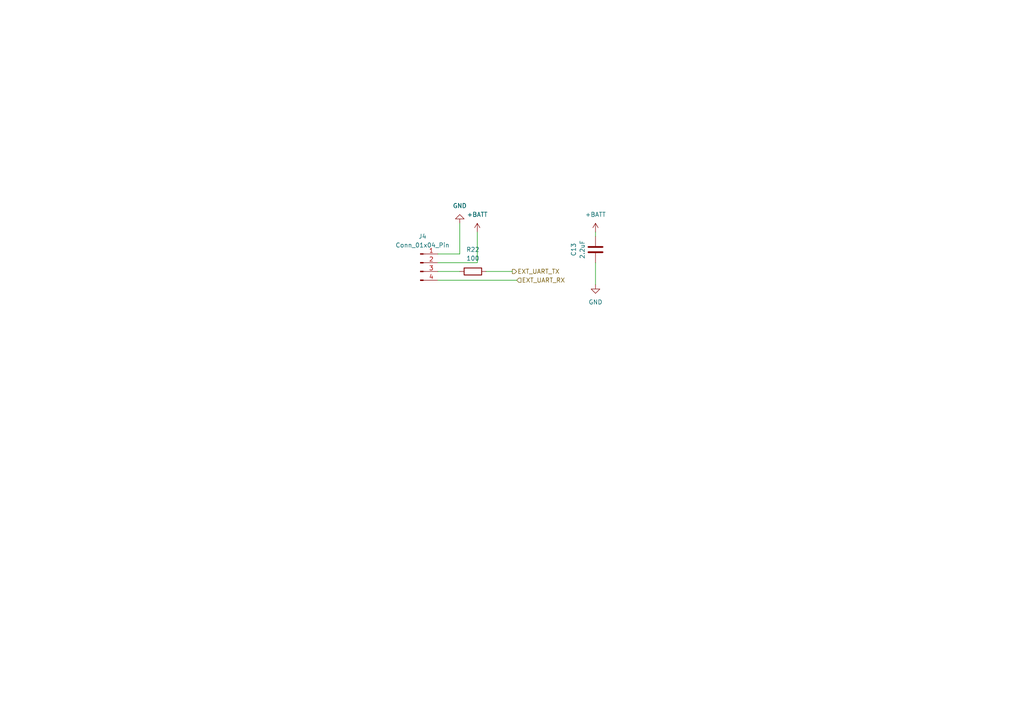
<source format=kicad_sch>
(kicad_sch (version 20230121) (generator eeschema)
  (paper "A4")
  (lib_symbols
    (symbol "Connector:Conn_01x04_Pin" (pin_names (offset 1.016) hide)
      (property "Reference" "J" (at 0 5.08 0))
      (property "Value" "Conn_01x04_Pin" (at 0 -7.62 0))
      (symbol "Conn_01x04_Pin_1_1"
        (polyline (pts (xy 1.27 -5.08) (xy 0.8636 -5.08)) (stroke (width 0.1524)))
        (polyline (pts (xy 1.27 -2.54) (xy 0.8636 -2.54)) (stroke (width 0.1524)))
        (polyline (pts (xy 1.27 0) (xy 0.8636 0)) (stroke (width 0.1524)))
        (polyline (pts (xy 1.27 2.54) (xy 0.8636 2.54)) (stroke (width 0.1524)))
        (rectangle (start 0.8636 -4.953) (end 0 -5.207) (stroke (width 0.1524)) (fill (type outline)))
        (rectangle (start 0.8636 -2.413) (end 0 -2.667) (stroke (width 0.1524)) (fill (type outline)))
        (rectangle (start 0.8636 0.127) (end 0 -0.127) (stroke (width 0.1524)) (fill (type outline)))
        (rectangle (start 0.8636 2.667) (end 0 2.413) (stroke (width 0.1524)) (fill (type outline)))
        (pin passive line (at 5.08 2.54 180) (length 3.81) (name "Pin_1") (number "1"))
        (pin passive line (at 5.08 0 180) (length 3.81) (name "Pin_2") (number "2"))
        (pin passive line (at 5.08 -2.54 180) (length 3.81) (name "Pin_3") (number "3"))
        (pin passive line (at 5.08 -5.08 180) (length 3.81) (name "Pin_4") (number "4"))
      )
    )
    (symbol "Device:C" (pin_numbers hide) (pin_names (offset 0.254))
      (property "Reference" "C" (at 0.635 2.54 0))
      (property "Value" "C" (at 0.635 -2.54 0))
      (symbol "C_0_1"
        (polyline (pts (xy -2.032 -0.762) (xy 2.032 -0.762)) (stroke (width 0.508)))
        (polyline (pts (xy -2.032 0.762) (xy 2.032 0.762)) (stroke (width 0.508)))
      )
      (symbol "C_1_1"
        (pin passive line (at 0 3.81 270) (length 2.794) (name "~") (number "1"))
        (pin passive line (at 0 -3.81 90) (length 2.794) (name "~") (number "2"))
      )
    )
    (symbol "Device:R" (pin_numbers hide) (pin_names (offset 0))
      (property "Reference" "R" (at 2.032 0 90))
      (property "Value" "R" (at 0 0 90))
      (symbol "R_0_1"
        (rectangle (start -1.016 -2.54) (end 1.016 2.54) (stroke (width 0.254)))
      )
      (symbol "R_1_1"
        (pin passive line (at 0 3.81 270) (length 1.27) (name "~") (number "1"))
        (pin passive line (at 0 -3.81 90) (length 1.27) (name "~") (number "2"))
      )
    )
    (symbol "power:+BATT" (power) (pin_names (offset 0))
      (property "Value" "+BATT" (at 0 3.556 0))
      (symbol "+BATT_0_1"
        (polyline (pts (xy -0.762 1.27) (xy 0 2.54)))
        (polyline (pts (xy 0 0) (xy 0 2.54)))
        (polyline (pts (xy 0 2.54) (xy 0.762 1.27)))
      )
      (symbol "+BATT_1_1"
        (pin power_in line (at 0 0 90) (length 0) hide (name "+BATT") (number "1"))
      )
    )
    (symbol "power:GND" (power) (pin_names (offset 0))
      (property "Value" "GND" (at 0 -3.81 0))
      (symbol "GND_0_1"
        (polyline (pts (xy 0 0) (xy 0 -1.27) (xy 1.27 -1.27) (xy 0 -2.54) (xy -1.27 -1.27) (xy 0 -1.27)))
      )
      (symbol "GND_1_1"
        (pin power_in line (at 0 0 270) (length 0) hide (name "GND") (number "1"))
      )
    )
  )
  (wire (pts (xy 138.43 76.2) (xy 127 76.2)))
  (wire (pts (xy 133.35 64.77) (xy 133.35 73.66)))
  (wire (pts (xy 172.72 76.2) (xy 172.72 82.55)))
  (wire (pts (xy 133.35 73.66) (xy 127 73.66)))
  (wire (pts (xy 140.97 78.74) (xy 148.59 78.74)))
  (wire (pts (xy 127 78.74) (xy 133.35 78.74)))
  (wire (pts (xy 127 81.28) (xy 149.86 81.28)))
  (wire (pts (xy 172.72 67.31) (xy 172.72 68.58)))
  (wire (pts (xy 138.43 67.31) (xy 138.43 76.2)))
  (hierarchical_label "EXT_UART_RX" (shape input) (at 149.86 81.28 0))
  (hierarchical_label "EXT_UART_TX" (shape output) (at 148.59 78.74 0))
  (symbol (lib_id "power:GND") (at 172.72 82.55 0) (unit 1)
    (property "Reference" "#PWR030" (effects hide))
    (property "Value" "GND" (at 172.72 87.63 0))
  )
  (symbol (lib_id "power:GND") (at 133.35 64.77 180) (unit 1)
    (property "Reference" "#PWR034" (effects hide))
    (property "Value" "GND" (at 133.35 59.69 0))
  )
  (symbol (lib_id "power:+BATT") (at 172.72 67.31 0) (unit 1)
    (property "Reference" "#PWR029" (effects hide))
    (property "Value" "+BATT" (at 172.72 62.23 0))
  )
  (symbol (lib_id "power:+BATT") (at 138.43 67.31 0) (unit 1)
    (property "Reference" "#PWR033" (effects hide))
    (property "Value" "+BATT" (at 138.43 62.23 0))
  )
  (symbol (lib_id "Connector:Conn_01x04_Pin") (at 121.92 76.2 0) (unit 1)
    (property "Reference" "J4" (at 122.555 68.58 0))
    (property "Value" "Conn_01x04_Pin" (at 122.555 71.12 0))
    (property "Footprint" "Connector_PinHeader_2.54mm:PinHeader_1x04_P2.54mm_Vertical" (effects hide))
  )
  (symbol (lib_id "Device:C") (at 172.72 72.39 180) (unit 1)
    (property "Reference" "C13" (at 166.37 72.39 90))
    (property "Value" "2.2uF" (at 168.91 72.39 90))
    (property "Footprint" "Capacitor_SMD:C_0603_1608Metric" (effects hide))
  )
  (symbol (lib_id "Device:R") (at 137.16 78.74 90) (unit 1)
    (property "Reference" "R22" (at 137.16 72.39 90))
    (property "Value" "100" (at 137.16 74.93 90))
    (property "Footprint" "Resistor_SMD:R_0603_1608Metric" (effects hide))
  )
)
</source>
